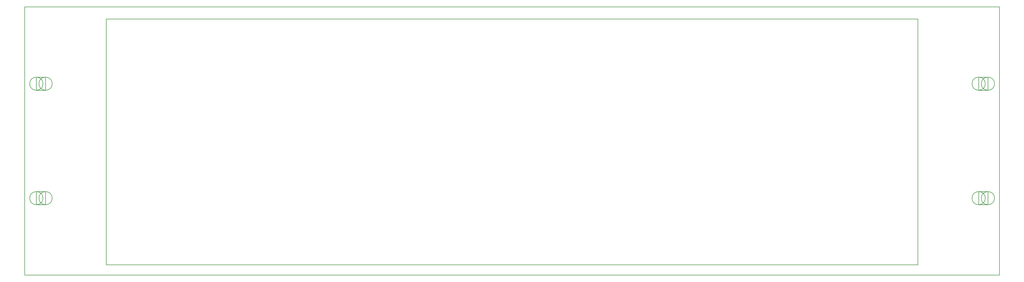
<source format=gko>
G04 Layer: BoardOutlineLayer*
G04 EasyEDA v6.5.34, 2023-08-21 18:11:39*
G04 835a08df8f0749828bc6312cfbdcabc3,5a6b42c53f6a479593ecc07194224c93,10*
G04 Gerber Generator version 0.2*
G04 Scale: 100 percent, Rotated: No, Reflected: No *
G04 Dimensions in millimeters *
G04 leading zeros omitted , absolute positions ,4 integer and 5 decimal *
%FSLAX45Y45*%
%MOMM*%

%ADD10C,0.2540*%
D10*
X0Y13296900D02*
G01*
X48260000Y13296900D01*
X48260000Y0D01*
X0Y-3070D01*
X0Y13296900D01*
G75*
G01*
X711200Y9486900D02*
G02*
X1361597Y9486900I325199J0D01*
G75*
G01*
X1361597Y9486900D02*
G02*
X711200Y9486900I-325198J0D01*
X711200Y9486900D02*
G01*
X711200Y9486900D01*
X579198Y9811893D02*
G01*
X579198Y9161881D01*
X579198Y9161881D02*
G01*
X1036398Y9161881D01*
X1036398Y9161881D02*
G01*
X1036398Y9811893D01*
X1036398Y9811893D02*
G01*
X579198Y9811893D01*
G75*
G01*
X254000Y9486900D02*
G02*
X904397Y9486900I325199J0D01*
G75*
G01*
X904397Y9486900D02*
G02*
X254000Y9486900I-325198J0D01*
X254000Y9486900D02*
G01*
X254000Y9486900D01*
G75*
G01*
X254000Y3810000D02*
G02*
X904397Y3810000I325199J0D01*
G75*
G01*
X904397Y3810000D02*
G02*
X254000Y3810000I-325198J0D01*
X254000Y3810000D02*
G01*
X254000Y3810000D01*
X579198Y4134993D02*
G01*
X579198Y3484981D01*
X579198Y3484981D02*
G01*
X1036398Y3484981D01*
X1036398Y3484981D02*
G01*
X1036398Y4134993D01*
X1036398Y4134993D02*
G01*
X579198Y4134993D01*
G75*
G01*
X711200Y3810000D02*
G02*
X1361597Y3810000I325199J0D01*
G75*
G01*
X1361597Y3810000D02*
G02*
X711200Y3810000I-325198J0D01*
X711200Y3810000D02*
G01*
X711200Y3810000D01*
G75*
G01*
X47365696Y3810000D02*
G02*
X48016094Y3810000I325199J0D01*
G75*
G01*
X48016094Y3810000D02*
G02*
X47365696Y3810000I-325199J0D01*
X47365696Y3810000D02*
G01*
X47365696Y3810000D01*
X47233695Y4134993D02*
G01*
X47233695Y3484981D01*
X47233695Y3484981D02*
G01*
X47690895Y3484981D01*
X47690895Y3484981D02*
G01*
X47690895Y4134993D01*
X47690895Y4134993D02*
G01*
X47233695Y4134993D01*
G75*
G01*
X46908496Y3810000D02*
G02*
X47558894Y3810000I325199J0D01*
G75*
G01*
X47558894Y3810000D02*
G02*
X46908496Y3810000I-325199J0D01*
X46908496Y3810000D02*
G01*
X46908496Y3810000D01*
G75*
G01*
X46908496Y9486900D02*
G02*
X47558894Y9486900I325199J0D01*
G75*
G01*
X47558894Y9486900D02*
G02*
X46908496Y9486900I-325199J0D01*
X46908496Y9486900D02*
G01*
X46908496Y9486900D01*
X47233695Y9811893D02*
G01*
X47233695Y9161881D01*
X47233695Y9161881D02*
G01*
X47690895Y9161881D01*
X47690895Y9161881D02*
G01*
X47690895Y9811893D01*
X47690895Y9811893D02*
G01*
X47233695Y9811893D01*
G75*
G01*
X47365696Y9486900D02*
G02*
X48016094Y9486900I325199J0D01*
G75*
G01*
X48016094Y9486900D02*
G02*
X47365696Y9486900I-325199J0D01*
X47365696Y9486900D02*
G01*
X47365696Y9486900D01*
X4038592Y12699974D02*
G01*
X4038592Y508000D01*
X4038592Y508000D02*
G01*
X44221311Y508000D01*
X44221311Y508000D02*
G01*
X44221311Y12699974D01*
X44221311Y12699974D02*
G01*
X4038592Y12699974D01*

%LPD*%
M02*

</source>
